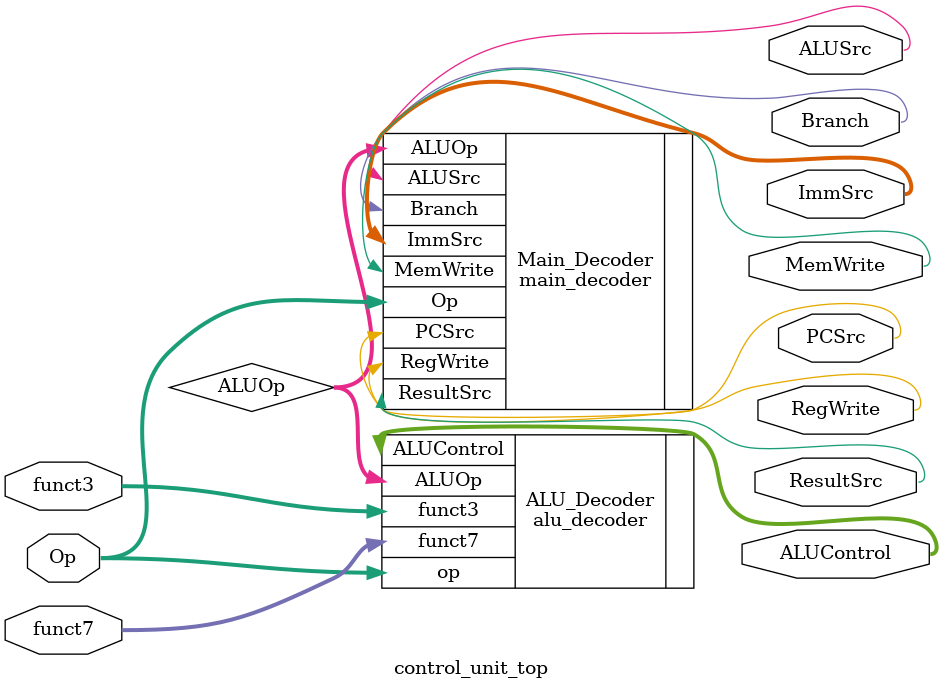
<source format=v>
`include "alu_decoder.v"
`include "main_decoder.v"

module control_unit_top(input [6:0] Op, funct7,
                        input [2:0] funct3, 
                        output RegWrite, ALUSrc, MemWrite, ResultSrc, Branch, PCSrc,
                        output [1:0] ImmSrc,
                        output [1:0] ALUControl);
  
    wire [1:0]ALUOp;

    main_decoder Main_Decoder(
                .Op(Op),
                .RegWrite(RegWrite),
                .ImmSrc(ImmSrc),
                .MemWrite(MemWrite),
                .ResultSrc(ResultSrc),
                .PCSrc(PCSrc),
                .Branch(Branch),
                .ALUSrc(ALUSrc),
                .ALUOp(ALUOp)
    );

    alu_decoder ALU_Decoder(
                            .ALUOp(ALUOp),
                            .funct3(funct3),
                            .funct7(funct7),
                            .op(Op),
                            .ALUControl(ALUControl)
    );


endmodule

</source>
